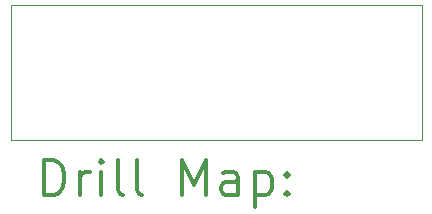
<source format=gbr>
%FSLAX45Y45*%
G04 Gerber Fmt 4.5, Leading zero omitted, Abs format (unit mm)*
G04 Created by KiCad (PCBNEW 5.1.6) date 2020-08-30 23:31:24*
%MOMM*%
%LPD*%
G01*
G04 APERTURE LIST*
%TA.AperFunction,Profile*%
%ADD10C,0.050000*%
%TD*%
%ADD11C,0.200000*%
%ADD12C,0.300000*%
G04 APERTURE END LIST*
D10*
X9118600Y-3632200D02*
X5638800Y-3632200D01*
X9118600Y-4775200D02*
X9118600Y-3632200D01*
X5638800Y-4775200D02*
X9118600Y-4775200D01*
X5638800Y-3632200D02*
X5638800Y-4775200D01*
D11*
D12*
X5922728Y-5243414D02*
X5922728Y-4943414D01*
X5994157Y-4943414D01*
X6037014Y-4957700D01*
X6065586Y-4986272D01*
X6079871Y-5014843D01*
X6094157Y-5071986D01*
X6094157Y-5114843D01*
X6079871Y-5171986D01*
X6065586Y-5200557D01*
X6037014Y-5229129D01*
X5994157Y-5243414D01*
X5922728Y-5243414D01*
X6222728Y-5243414D02*
X6222728Y-5043414D01*
X6222728Y-5100557D02*
X6237014Y-5071986D01*
X6251300Y-5057700D01*
X6279871Y-5043414D01*
X6308443Y-5043414D01*
X6408443Y-5243414D02*
X6408443Y-5043414D01*
X6408443Y-4943414D02*
X6394157Y-4957700D01*
X6408443Y-4971986D01*
X6422728Y-4957700D01*
X6408443Y-4943414D01*
X6408443Y-4971986D01*
X6594157Y-5243414D02*
X6565586Y-5229129D01*
X6551300Y-5200557D01*
X6551300Y-4943414D01*
X6751300Y-5243414D02*
X6722728Y-5229129D01*
X6708443Y-5200557D01*
X6708443Y-4943414D01*
X7094157Y-5243414D02*
X7094157Y-4943414D01*
X7194157Y-5157700D01*
X7294157Y-4943414D01*
X7294157Y-5243414D01*
X7565586Y-5243414D02*
X7565586Y-5086272D01*
X7551300Y-5057700D01*
X7522728Y-5043414D01*
X7465586Y-5043414D01*
X7437014Y-5057700D01*
X7565586Y-5229129D02*
X7537014Y-5243414D01*
X7465586Y-5243414D01*
X7437014Y-5229129D01*
X7422728Y-5200557D01*
X7422728Y-5171986D01*
X7437014Y-5143414D01*
X7465586Y-5129129D01*
X7537014Y-5129129D01*
X7565586Y-5114843D01*
X7708443Y-5043414D02*
X7708443Y-5343414D01*
X7708443Y-5057700D02*
X7737014Y-5043414D01*
X7794157Y-5043414D01*
X7822728Y-5057700D01*
X7837014Y-5071986D01*
X7851300Y-5100557D01*
X7851300Y-5186272D01*
X7837014Y-5214843D01*
X7822728Y-5229129D01*
X7794157Y-5243414D01*
X7737014Y-5243414D01*
X7708443Y-5229129D01*
X7979871Y-5214843D02*
X7994157Y-5229129D01*
X7979871Y-5243414D01*
X7965586Y-5229129D01*
X7979871Y-5214843D01*
X7979871Y-5243414D01*
X7979871Y-5057700D02*
X7994157Y-5071986D01*
X7979871Y-5086272D01*
X7965586Y-5071986D01*
X7979871Y-5057700D01*
X7979871Y-5086272D01*
M02*

</source>
